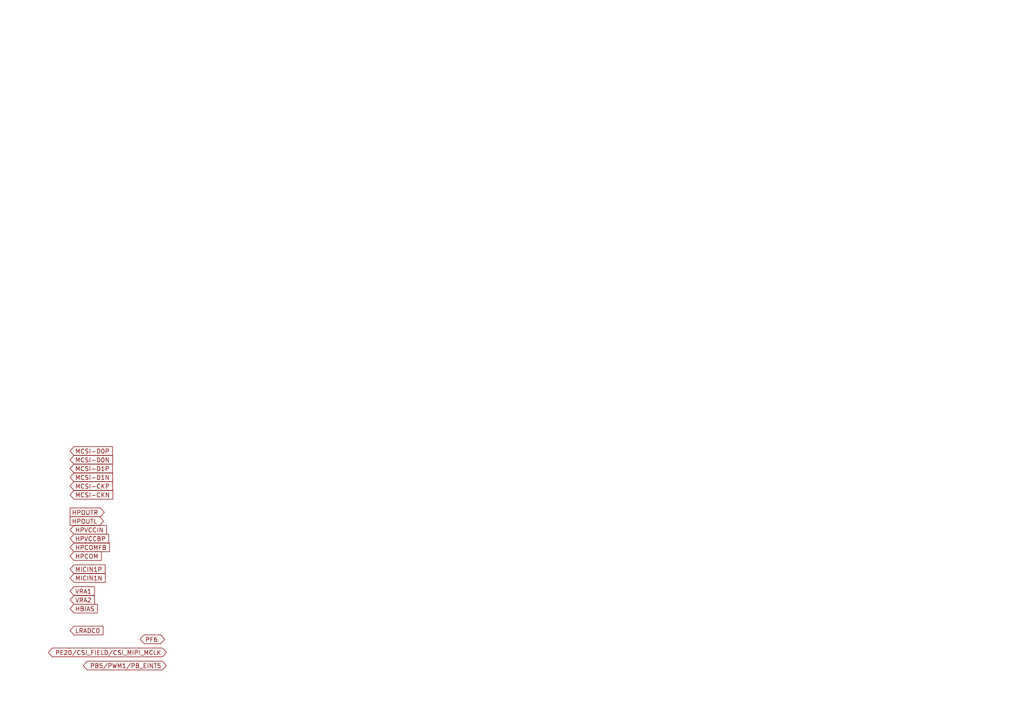
<source format=kicad_sch>
(kicad_sch
	(version 20250114)
	(generator "eeschema")
	(generator_version "9.0")
	(uuid "ce0c24ed-a4a0-4894-9ff7-0edae493fd07")
	(paper "A4")
	(lib_symbols)
	(global_label "MICIN1N"
		(shape input)
		(at 20.32 167.64 0)
		(effects
			(font
				(size 1.27 1.27)
			)
			(justify left)
		)
		(uuid "1480bbdf-5feb-4bce-bd8b-787dfba5aafc")
		(property "Intersheetrefs" "${INTERSHEET_REFS}"
			(at 20.32 167.64 0)
			(effects
				(font
					(size 1.27 1.27)
				)
				(hide yes)
			)
		)
	)
	(global_label "VRA1"
		(shape input)
		(at 20.32 171.45 0)
		(effects
			(font
				(size 1.27 1.27)
			)
			(justify left)
		)
		(uuid "27fe8825-05b6-437c-9098-3846794060ba")
		(property "Intersheetrefs" "${INTERSHEET_REFS}"
			(at 20.32 171.45 0)
			(effects
				(font
					(size 1.27 1.27)
				)
				(hide yes)
			)
		)
	)
	(global_label "PE20/CSI_FIELD/CSI_MIPI_MCLK"
		(shape bidirectional)
		(at 48.26 189.23 180)
		(effects
			(font
				(size 1.27 1.27)
			)
			(justify right)
		)
		(uuid "304b9700-e017-4760-832e-7ff03bdbd2fc")
		(property "Intersheetrefs" "${INTERSHEET_REFS}"
			(at 48.26 189.23 0)
			(effects
				(font
					(size 1.27 1.27)
				)
				(hide yes)
			)
		)
	)
	(global_label "VRA2"
		(shape input)
		(at 20.32 173.99 0)
		(effects
			(font
				(size 1.27 1.27)
			)
			(justify left)
		)
		(uuid "33f07905-7ee6-4660-9d58-d77c64a037e6")
		(property "Intersheetrefs" "${INTERSHEET_REFS}"
			(at 20.32 173.99 0)
			(effects
				(font
					(size 1.27 1.27)
				)
				(hide yes)
			)
		)
	)
	(global_label "PB5/PWM1/PB_EINT5"
		(shape bidirectional)
		(at 48.26 193.04 180)
		(effects
			(font
				(size 1.27 1.27)
			)
			(justify right)
		)
		(uuid "3e7ce43f-9f51-4dd8-b992-c6ac8a254710")
		(property "Intersheetrefs" "${INTERSHEET_REFS}"
			(at 48.26 193.04 0)
			(effects
				(font
					(size 1.27 1.27)
				)
				(hide yes)
			)
		)
	)
	(global_label "PF6"
		(shape bidirectional)
		(at 40.64 185.42 0)
		(effects
			(font
				(size 1.27 1.27)
			)
			(justify left)
		)
		(uuid "3fdd0d72-44a5-4ef4-983f-48cbe1b07ad5")
		(property "Intersheetrefs" "${INTERSHEET_REFS}"
			(at 40.64 185.42 0)
			(effects
				(font
					(size 1.27 1.27)
				)
				(hide yes)
			)
		)
	)
	(global_label "LRADC0"
		(shape input)
		(at 20.32 182.88 0)
		(effects
			(font
				(size 1.27 1.27)
			)
			(justify left)
		)
		(uuid "577490d4-5be0-496e-b1d3-7c3fe4761535")
		(property "Intersheetrefs" "${INTERSHEET_REFS}"
			(at 20.32 182.88 0)
			(effects
				(font
					(size 1.27 1.27)
				)
				(hide yes)
			)
		)
	)
	(global_label "MICIN1P"
		(shape input)
		(at 20.32 165.1 0)
		(effects
			(font
				(size 1.27 1.27)
			)
			(justify left)
		)
		(uuid "5b5e5c51-4236-47d8-81b8-42cb2546876d")
		(property "Intersheetrefs" "${INTERSHEET_REFS}"
			(at 20.32 165.1 0)
			(effects
				(font
					(size 1.27 1.27)
				)
				(hide yes)
			)
		)
	)
	(global_label "HPVCCBP"
		(shape input)
		(at 20.32 156.21 0)
		(effects
			(font
				(size 1.27 1.27)
			)
			(justify left)
		)
		(uuid "65deb6a5-f6b7-4e7f-a7da-a7d601250e6a")
		(property "Intersheetrefs" "${INTERSHEET_REFS}"
			(at 20.32 156.21 0)
			(effects
				(font
					(size 1.27 1.27)
				)
				(hide yes)
			)
		)
	)
	(global_label "HPCOMFB"
		(shape input)
		(at 20.32 158.75 0)
		(effects
			(font
				(size 1.27 1.27)
			)
			(justify left)
		)
		(uuid "6973ae88-fe2f-49d3-bad8-ab7aa351b328")
		(property "Intersheetrefs" "${INTERSHEET_REFS}"
			(at 20.32 158.75 0)
			(effects
				(font
					(size 1.27 1.27)
				)
				(hide yes)
			)
		)
	)
	(global_label "MCSI-D1N"
		(shape input)
		(at 20.32 138.43 0)
		(effects
			(font
				(size 1.27 1.27)
			)
			(justify left)
		)
		(uuid "69a0c427-eac9-49b5-a730-a82021a21f03")
		(property "Intersheetrefs" "${INTERSHEET_REFS}"
			(at 20.32 138.43 0)
			(effects
				(font
					(size 1.27 1.27)
				)
				(hide yes)
			)
		)
	)
	(global_label "MCSI-D0N"
		(shape input)
		(at 20.32 133.35 0)
		(effects
			(font
				(size 1.27 1.27)
			)
			(justify left)
		)
		(uuid "a0d0c43e-96dc-42c5-b5e6-444372388e3b")
		(property "Intersheetrefs" "${INTERSHEET_REFS}"
			(at 20.32 133.35 0)
			(effects
				(font
					(size 1.27 1.27)
				)
				(hide yes)
			)
		)
	)
	(global_label "MCSI-CKP"
		(shape input)
		(at 20.32 140.97 0)
		(effects
			(font
				(size 1.27 1.27)
			)
			(justify left)
		)
		(uuid "a4ae5096-b774-4c9f-a049-9771c8cd4e06")
		(property "Intersheetrefs" "${INTERSHEET_REFS}"
			(at 20.32 140.97 0)
			(effects
				(font
					(size 1.27 1.27)
				)
				(hide yes)
			)
		)
	)
	(global_label "HPCOM"
		(shape input)
		(at 20.32 161.29 0)
		(effects
			(font
				(size 1.27 1.27)
			)
			(justify left)
		)
		(uuid "a5061379-3d6a-4e3f-9d47-714214288cc0")
		(property "Intersheetrefs" "${INTERSHEET_REFS}"
			(at 20.32 161.29 0)
			(effects
				(font
					(size 1.27 1.27)
				)
				(hide yes)
			)
		)
	)
	(global_label "HPVCCIN"
		(shape input)
		(at 20.32 153.67 0)
		(effects
			(font
				(size 1.27 1.27)
			)
			(justify left)
		)
		(uuid "c051f79d-ebb0-4e58-91f6-b194418ec39d")
		(property "Intersheetrefs" "${INTERSHEET_REFS}"
			(at 20.32 153.67 0)
			(effects
				(font
					(size 1.27 1.27)
				)
				(hide yes)
			)
		)
	)
	(global_label "HPOUTL"
		(shape output)
		(at 20.32 151.13 0)
		(effects
			(font
				(size 1.27 1.27)
			)
			(justify left)
		)
		(uuid "cc3d9816-bfc8-4734-950b-70e9dbfd5aea")
		(property "Intersheetrefs" "${INTERSHEET_REFS}"
			(at 20.32 151.13 0)
			(effects
				(font
					(size 1.27 1.27)
				)
				(hide yes)
			)
		)
	)
	(global_label "MCSI-D0P"
		(shape input)
		(at 20.32 130.81 0)
		(effects
			(font
				(size 1.27 1.27)
			)
			(justify left)
		)
		(uuid "d387b4de-2a11-4d79-b73f-c692a082cb28")
		(property "Intersheetrefs" "${INTERSHEET_REFS}"
			(at 20.32 130.81 0)
			(effects
				(font
					(size 1.27 1.27)
				)
				(hide yes)
			)
		)
	)
	(global_label "MCSI-CKN"
		(shape input)
		(at 20.32 143.51 0)
		(effects
			(font
				(size 1.27 1.27)
			)
			(justify left)
		)
		(uuid "d6d8e866-3524-4f33-96ea-cc3c1471c426")
		(property "Intersheetrefs" "${INTERSHEET_REFS}"
			(at 20.32 143.51 0)
			(effects
				(font
					(size 1.27 1.27)
				)
				(hide yes)
			)
		)
	)
	(global_label "HBIAS"
		(shape input)
		(at 20.32 176.53 0)
		(effects
			(font
				(size 1.27 1.27)
			)
			(justify left)
		)
		(uuid "d7b98357-77eb-448b-9698-95cf370bf2b3")
		(property "Intersheetrefs" "${INTERSHEET_REFS}"
			(at 20.32 176.53 0)
			(effects
				(font
					(size 1.27 1.27)
				)
				(hide yes)
			)
		)
	)
	(global_label "MCSI-D1P"
		(shape input)
		(at 20.32 135.89 0)
		(effects
			(font
				(size 1.27 1.27)
			)
			(justify left)
		)
		(uuid "f4048c7f-52d3-4f16-99eb-15c61e32d3e5")
		(property "Intersheetrefs" "${INTERSHEET_REFS}"
			(at 20.32 135.89 0)
			(effects
				(font
					(size 1.27 1.27)
				)
				(hide yes)
			)
		)
	)
	(global_label "HPOUTR"
		(shape output)
		(at 20.32 148.59 0)
		(effects
			(font
				(size 1.27 1.27)
			)
			(justify left)
		)
		(uuid "fd58ddc2-f5a7-4904-9e5e-f16d0f39c694")
		(property "Intersheetrefs" "${INTERSHEET_REFS}"
			(at 20.32 148.59 0)
			(effects
				(font
					(size 1.27 1.27)
				)
				(hide yes)
			)
		)
	)
)

</source>
